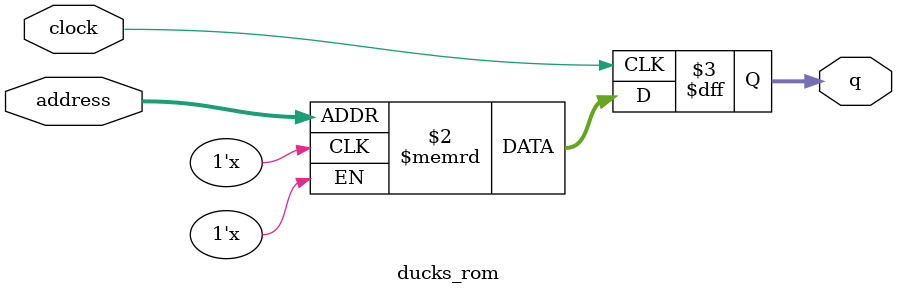
<source format=sv>
module ducks_rom (
	input logic clock,
	input logic [15:0] address,
	output logic [2:0] q
);

logic [2:0] memory [0:53403] /* synthesis ram_init_file = "./ducks/ducks.COE" */;

always_ff @ (posedge clock) begin
	q <= memory[address];
end

endmodule

</source>
